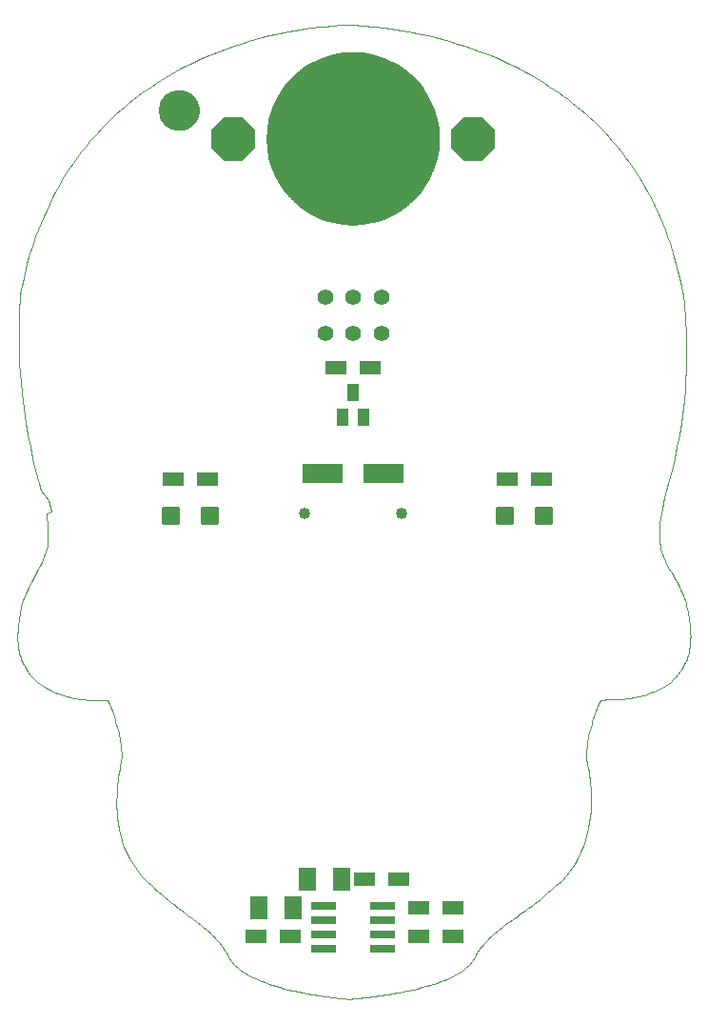
<source format=gts>
G75*
%MOIN*%
%OFA0B0*%
%FSLAX25Y25*%
%IPPOS*%
%LPD*%
%AMOC8*
5,1,8,0,0,1.08239X$1,22.5*
%
%ADD10C,0.00394*%
%ADD11C,0.00000*%
%ADD12C,0.14180*%
%ADD13R,0.06306X0.08274*%
%ADD14R,0.14180X0.06699*%
%ADD15C,0.01261*%
%ADD16R,0.09061X0.02762*%
%ADD17R,0.04337X0.05912*%
%ADD18R,0.07487X0.05124*%
%ADD19OC8,0.15400*%
%ADD20C,0.40400*%
%ADD21C,0.00500*%
%ADD22C,0.05500*%
%ADD23C,0.04000*%
D10*
X0044761Y0055133D02*
X0042859Y0059260D01*
X0042135Y0061350D01*
X0041053Y0065507D01*
X0040695Y0067573D01*
X0040476Y0069589D01*
X0040257Y0071604D01*
X0040176Y0073569D01*
X0040190Y0075445D01*
X0040204Y0077320D01*
X0040313Y0079106D01*
X0040472Y0080764D01*
X0040630Y0082423D01*
X0040840Y0083953D01*
X0041055Y0085316D01*
X0041271Y0086680D01*
X0041492Y0087877D01*
X0041676Y0088868D01*
X0041818Y0089637D01*
X0041888Y0090471D01*
X0041898Y0091351D01*
X0041907Y0092231D01*
X0041855Y0093157D01*
X0041754Y0094113D01*
X0041653Y0095068D01*
X0041503Y0096051D01*
X0041316Y0097046D01*
X0041128Y0098041D01*
X0040903Y0099046D01*
X0040652Y0100044D01*
X0040401Y0101043D01*
X0040124Y0102034D01*
X0039832Y0103000D01*
X0039541Y0103967D01*
X0039235Y0104908D01*
X0038927Y0105807D01*
X0038618Y0106705D01*
X0038307Y0107562D01*
X0038005Y0108357D01*
X0037703Y0109152D01*
X0037410Y0109887D01*
X0037137Y0110544D01*
X0037043Y0110539D01*
X0036947Y0110534D01*
X0036848Y0110530D01*
X0036749Y0110525D01*
X0036647Y0110521D01*
X0036544Y0110517D01*
X0036440Y0110513D01*
X0036334Y0110509D01*
X0036225Y0110505D01*
X0036117Y0110502D01*
X0036006Y0110498D01*
X0035893Y0110495D01*
X0035781Y0110492D01*
X0035666Y0110489D01*
X0035548Y0110487D01*
X0035431Y0110485D01*
X0035312Y0110483D01*
X0035191Y0110481D01*
X0035069Y0110479D01*
X0034946Y0110478D01*
X0034821Y0110477D01*
X0034695Y0110476D01*
X0034568Y0110476D01*
X0033686Y0110476D01*
X0032854Y0110492D01*
X0031961Y0110534D01*
X0031068Y0110576D01*
X0030115Y0110644D01*
X0029120Y0110748D01*
X0028125Y0110851D01*
X0027089Y0110990D01*
X0026029Y0111174D01*
X0024970Y0111357D01*
X0023887Y0111586D01*
X0022800Y0111869D01*
X0021713Y0112152D01*
X0020622Y0112490D01*
X0019545Y0112892D01*
X0018468Y0113294D01*
X0017406Y0113760D01*
X0015347Y0114839D01*
X0014351Y0115452D01*
X0013406Y0116149D01*
X0012462Y0116845D01*
X0011569Y0117625D01*
X0010747Y0118497D01*
X0010266Y0119009D01*
X0009817Y0119541D01*
X0009401Y0120094D01*
X0008985Y0120647D01*
X0008602Y0121220D01*
X0008252Y0121815D01*
X0007902Y0122409D01*
X0007585Y0123023D01*
X0007301Y0123658D01*
X0007017Y0124293D01*
X0006766Y0124948D01*
X0006549Y0125623D01*
X0006331Y0126298D01*
X0006146Y0126993D01*
X0005995Y0127708D01*
X0005844Y0128422D01*
X0005726Y0129156D01*
X0005557Y0130663D01*
X0005505Y0131436D01*
X0005488Y0132227D01*
X0005470Y0133019D01*
X0005486Y0133830D01*
X0005535Y0134659D01*
X0005613Y0135968D01*
X0005730Y0137195D01*
X0005878Y0138350D01*
X0006027Y0139505D01*
X0006209Y0140587D01*
X0006417Y0141607D01*
X0006626Y0142626D01*
X0006861Y0143582D01*
X0007119Y0144483D01*
X0007376Y0145385D01*
X0007656Y0146232D01*
X0008246Y0147835D01*
X0008558Y0148591D01*
X0008881Y0149311D01*
X0009203Y0150030D01*
X0009537Y0150714D01*
X0010214Y0152025D01*
X0010558Y0152652D01*
X0010902Y0153262D01*
X0011246Y0153871D01*
X0011590Y0154462D01*
X0011928Y0155043D01*
X0012398Y0155850D01*
X0012856Y0156637D01*
X0013286Y0157434D01*
X0013716Y0158230D01*
X0014119Y0159037D01*
X0014478Y0159885D01*
X0014838Y0160733D01*
X0015154Y0161623D01*
X0015413Y0162586D01*
X0015671Y0163548D01*
X0015871Y0164583D01*
X0016126Y0166862D01*
X0016179Y0168106D01*
X0016145Y0169484D01*
X0016110Y0170863D01*
X0015987Y0172378D01*
X0015760Y0174059D01*
X0015534Y0175740D01*
X0017203Y0176588D01*
X0016305Y0180681D01*
X0013737Y0183925D01*
X0013035Y0186399D01*
X0011796Y0190765D01*
X0010763Y0195073D01*
X0009904Y0199272D01*
X0009045Y0203471D01*
X0008360Y0207561D01*
X0007275Y0215420D01*
X0006875Y0218190D01*
X0006295Y0225306D01*
X0006115Y0228652D01*
X0006014Y0231736D01*
X0005913Y0234820D01*
X0005891Y0237641D01*
X0005915Y0240149D01*
X0005939Y0242656D01*
X0006010Y0244850D01*
X0006096Y0246679D01*
X0006182Y0248508D01*
X0006283Y0249971D01*
X0006367Y0251019D01*
X0006451Y0252066D01*
X0006518Y0252698D01*
X0006536Y0252862D01*
X0006535Y0252890D01*
X0006533Y0252919D01*
X0006532Y0252948D01*
X0006530Y0252976D01*
X0006528Y0253005D01*
X0006527Y0253034D01*
X0006525Y0253062D01*
X0006524Y0253091D01*
X0007017Y0255693D01*
X0007576Y0258249D01*
X0008824Y0263266D01*
X0009512Y0265727D01*
X0011020Y0270553D01*
X0011839Y0272918D01*
X0012723Y0275233D01*
X0013606Y0277549D01*
X0014555Y0279815D01*
X0015568Y0282032D01*
X0016582Y0284248D01*
X0017660Y0286414D01*
X0018803Y0288529D01*
X0019946Y0290644D01*
X0021154Y0292708D01*
X0023699Y0296732D01*
X0025036Y0298692D01*
X0026438Y0300599D01*
X0027839Y0302506D01*
X0029306Y0304359D01*
X0030836Y0306159D01*
X0032074Y0307614D01*
X0033350Y0309034D01*
X0034665Y0310419D01*
X0035979Y0311804D01*
X0037332Y0313154D01*
X0040115Y0315782D01*
X0041546Y0317060D01*
X0043014Y0318302D01*
X0044483Y0319544D01*
X0045990Y0320749D01*
X0049082Y0323087D01*
X0050667Y0324218D01*
X0052290Y0325313D01*
X0053914Y0326408D01*
X0055576Y0327465D01*
X0058977Y0329504D01*
X0060716Y0330485D01*
X0062495Y0331428D01*
X0064273Y0332372D01*
X0066090Y0333277D01*
X0067945Y0334143D01*
X0070648Y0335404D01*
X0073331Y0336539D01*
X0075973Y0337562D01*
X0078615Y0338585D01*
X0081215Y0339495D01*
X0083752Y0340304D01*
X0086290Y0341114D01*
X0088763Y0341823D01*
X0091151Y0342444D01*
X0093539Y0343065D01*
X0095841Y0343599D01*
X0100228Y0344514D01*
X0102314Y0344896D01*
X0104269Y0345215D01*
X0106224Y0345534D01*
X0108049Y0345790D01*
X0111393Y0346201D01*
X0112913Y0346356D01*
X0115601Y0346590D01*
X0116771Y0346668D01*
X0117743Y0346721D01*
X0117743Y0346809D01*
X0118212Y0346819D01*
X0118681Y0346830D01*
X0119150Y0346840D01*
X0119619Y0346850D01*
X0120088Y0346861D01*
X0120557Y0346871D01*
X0121026Y0346881D01*
X0121495Y0346892D01*
X0121764Y0346892D01*
X0122072Y0346882D01*
X0122379Y0346871D01*
X0122686Y0346861D01*
X0122993Y0346851D01*
X0123301Y0346841D01*
X0123608Y0346831D01*
X0123915Y0346821D01*
X0124222Y0346811D01*
X0124222Y0346726D01*
X0125194Y0346674D01*
X0126384Y0346597D01*
X0127764Y0346482D01*
X0129144Y0346367D01*
X0130715Y0346213D01*
X0134185Y0345806D01*
X0136084Y0345551D01*
X0138121Y0345233D01*
X0140159Y0344916D01*
X0142334Y0344535D01*
X0146907Y0343621D01*
X0149304Y0343088D01*
X0151787Y0342467D01*
X0154270Y0341846D01*
X0156838Y0341137D01*
X0159464Y0340326D01*
X0162090Y0339516D01*
X0164774Y0338604D01*
X0167491Y0337579D01*
X0170208Y0336554D01*
X0172956Y0335415D01*
X0175710Y0334151D01*
X0177595Y0333285D01*
X0179447Y0332381D01*
X0181266Y0331438D01*
X0183084Y0330496D01*
X0184869Y0329515D01*
X0186618Y0328496D01*
X0188368Y0327477D01*
X0190081Y0326420D01*
X0191757Y0325326D01*
X0193433Y0324231D01*
X0195071Y0323100D01*
X0196670Y0321931D01*
X0198269Y0320763D01*
X0199829Y0319558D01*
X0202866Y0317075D01*
X0204343Y0315797D01*
X0205777Y0314483D01*
X0207211Y0313169D01*
X0208601Y0311819D01*
X0209947Y0310434D01*
X0211293Y0309049D01*
X0212593Y0307629D01*
X0213847Y0306174D01*
X0215398Y0304374D01*
X0216885Y0302520D01*
X0218307Y0300613D01*
X0219729Y0298706D01*
X0221086Y0296746D01*
X0222378Y0294734D01*
X0223670Y0292722D01*
X0224896Y0290658D01*
X0226058Y0288542D01*
X0227219Y0286426D01*
X0228314Y0284260D01*
X0230373Y0279826D01*
X0231337Y0277559D01*
X0232233Y0275242D01*
X0233130Y0272926D01*
X0233961Y0270560D01*
X0234724Y0268146D01*
X0235487Y0265732D01*
X0236184Y0263270D01*
X0236813Y0260760D01*
X0237442Y0258251D01*
X0238003Y0255694D01*
X0238497Y0253091D01*
X0238502Y0253065D01*
X0238504Y0253052D01*
X0238506Y0253038D01*
X0238508Y0253025D01*
X0238511Y0253012D01*
X0238513Y0252999D01*
X0238515Y0252986D01*
X0238540Y0252821D01*
X0238634Y0252189D01*
X0238760Y0251139D01*
X0238886Y0250090D01*
X0239044Y0248623D01*
X0239349Y0244959D01*
X0239497Y0242761D01*
X0239602Y0240249D01*
X0239708Y0237737D01*
X0239771Y0234910D01*
X0239739Y0228731D01*
X0239644Y0225378D01*
X0239433Y0222813D01*
X0239222Y0219249D01*
X0238895Y0215473D01*
X0237934Y0207599D01*
X0237300Y0203501D01*
X0236477Y0199295D01*
X0235653Y0195088D01*
X0234639Y0190772D01*
X0233398Y0186399D01*
X0232697Y0183930D01*
X0232131Y0181691D01*
X0231685Y0179649D01*
X0231239Y0177607D01*
X0230912Y0175762D01*
X0230690Y0174084D01*
X0230467Y0172406D01*
X0230349Y0170895D01*
X0230290Y0168141D01*
X0230349Y0166900D01*
X0230483Y0165762D01*
X0230616Y0164624D01*
X0230823Y0163590D01*
X0231088Y0162629D01*
X0231353Y0161667D01*
X0231677Y0160779D01*
X0232410Y0159083D01*
X0232820Y0158277D01*
X0233695Y0156685D01*
X0234161Y0155899D01*
X0234639Y0155091D01*
X0234983Y0154510D01*
X0235334Y0153918D01*
X0235684Y0153308D01*
X0236034Y0152697D01*
X0236385Y0152068D01*
X0236730Y0151412D01*
X0237075Y0150755D01*
X0237415Y0150071D01*
X0237744Y0149350D01*
X0238072Y0148629D01*
X0238390Y0147871D01*
X0238691Y0147068D01*
X0238992Y0146264D01*
X0239276Y0145415D01*
X0239538Y0144511D01*
X0239800Y0143608D01*
X0240040Y0142649D01*
X0240252Y0141627D01*
X0240464Y0140605D01*
X0240648Y0139520D01*
X0240799Y0138361D01*
X0240950Y0137203D01*
X0241067Y0135472D01*
X0241195Y0133830D01*
X0241211Y0133021D01*
X0241193Y0132232D01*
X0241176Y0131444D01*
X0241125Y0130676D01*
X0240956Y0129181D01*
X0240838Y0128453D01*
X0240687Y0127746D01*
X0240536Y0127039D01*
X0240351Y0126352D01*
X0240134Y0125684D01*
X0239916Y0125017D01*
X0239665Y0124370D01*
X0239382Y0123742D01*
X0239098Y0123115D01*
X0238781Y0122507D01*
X0238431Y0121918D01*
X0238081Y0121330D01*
X0237698Y0120761D01*
X0236866Y0119662D01*
X0236417Y0119131D01*
X0235936Y0118620D01*
X0235114Y0117748D01*
X0234222Y0116971D01*
X0233278Y0116278D01*
X0232334Y0115585D01*
X0231338Y0114977D01*
X0230309Y0114443D01*
X0229280Y0113909D01*
X0228218Y0113450D01*
X0227142Y0113056D01*
X0226065Y0112661D01*
X0224974Y0112332D01*
X0222801Y0111781D01*
X0221719Y0111560D01*
X0219601Y0111207D01*
X0218565Y0111075D01*
X0217570Y0110978D01*
X0216575Y0110880D01*
X0215623Y0110817D01*
X0214730Y0110778D01*
X0213838Y0110740D01*
X0213006Y0110725D01*
X0212121Y0110725D01*
X0211994Y0110724D01*
X0211868Y0110721D01*
X0211743Y0110719D01*
X0211619Y0110715D01*
X0211376Y0110707D01*
X0211257Y0110702D01*
X0211139Y0110697D01*
X0211022Y0110692D01*
X0210907Y0110687D01*
X0210794Y0110683D01*
X0210681Y0110678D01*
X0210570Y0110673D01*
X0210461Y0110670D01*
X0210353Y0110666D01*
X0210246Y0110663D01*
X0210142Y0110661D01*
X0210038Y0110659D01*
X0209937Y0110659D01*
X0209838Y0110660D01*
X0209739Y0110661D01*
X0209642Y0110664D01*
X0209548Y0110669D01*
X0209273Y0110013D01*
X0208978Y0109277D01*
X0208674Y0108478D01*
X0208369Y0107680D01*
X0208056Y0106820D01*
X0207745Y0105916D01*
X0207434Y0105012D01*
X0207126Y0104064D01*
X0206832Y0103091D01*
X0206538Y0102118D01*
X0206258Y0101120D01*
X0205751Y0099108D01*
X0205524Y0098096D01*
X0205334Y0097094D01*
X0205144Y0096093D01*
X0204992Y0095103D01*
X0204890Y0094142D01*
X0204787Y0093182D01*
X0204735Y0092251D01*
X0204743Y0091367D01*
X0204751Y0090484D01*
X0204821Y0089649D01*
X0204963Y0088880D01*
X0205128Y0087987D01*
X0205336Y0086867D01*
X0205540Y0085562D01*
X0205744Y0084256D01*
X0205946Y0082765D01*
X0206099Y0081131D01*
X0206252Y0079497D01*
X0206356Y0077719D01*
X0206367Y0075842D01*
X0206378Y0073964D01*
X0206296Y0071986D01*
X0206074Y0069950D01*
X0205853Y0067914D01*
X0205492Y0065819D01*
X0204403Y0061600D01*
X0203674Y0059474D01*
X0202716Y0057376D01*
X0201758Y0055278D01*
X0200571Y0053206D01*
X0197646Y0049202D01*
X0195909Y0047269D01*
X0193852Y0045448D01*
X0193157Y0044833D01*
X0192477Y0044243D01*
X0191142Y0043107D01*
X0190487Y0042562D01*
X0189846Y0042037D01*
X0189204Y0041512D01*
X0188575Y0041007D01*
X0187341Y0040032D01*
X0186736Y0039563D01*
X0185548Y0038655D01*
X0184966Y0038216D01*
X0184394Y0037791D01*
X0183822Y0037366D01*
X0183261Y0036954D01*
X0182158Y0036151D01*
X0181616Y0035761D01*
X0181084Y0035379D01*
X0180552Y0034997D01*
X0180029Y0034623D01*
X0179514Y0034256D01*
X0178709Y0033680D01*
X0177937Y0033129D01*
X0177198Y0032594D01*
X0176458Y0032059D01*
X0175750Y0031539D01*
X0175073Y0031026D01*
X0174395Y0030514D01*
X0173748Y0030008D01*
X0172508Y0028993D01*
X0171915Y0028484D01*
X0171349Y0027964D01*
X0170782Y0027445D01*
X0170241Y0026915D01*
X0169724Y0026366D01*
X0169206Y0025817D01*
X0168712Y0025249D01*
X0168240Y0024652D01*
X0167767Y0024056D01*
X0167316Y0023433D01*
X0166452Y0022112D01*
X0166039Y0021415D01*
X0165643Y0020673D01*
X0165306Y0020041D01*
X0164893Y0019428D01*
X0164402Y0018833D01*
X0163912Y0018239D01*
X0163345Y0017664D01*
X0162701Y0017107D01*
X0162056Y0016550D01*
X0161333Y0016011D01*
X0159731Y0014970D01*
X0158852Y0014467D01*
X0157893Y0013982D01*
X0156934Y0013497D01*
X0155895Y0013029D01*
X0154777Y0012578D01*
X0153658Y0012128D01*
X0152459Y0011695D01*
X0149899Y0010861D01*
X0148538Y0010461D01*
X0147095Y0010077D01*
X0145652Y0009693D01*
X0144127Y0009326D01*
X0142519Y0008974D01*
X0141639Y0008782D01*
X0140762Y0008601D01*
X0139025Y0008259D01*
X0138165Y0008099D01*
X0137319Y0007948D01*
X0136473Y0007798D01*
X0135641Y0007658D01*
X0134829Y0007527D01*
X0134017Y0007397D01*
X0133225Y0007276D01*
X0131691Y0007052D01*
X0130949Y0006949D01*
X0130238Y0006854D01*
X0129527Y0006759D01*
X0128847Y0006673D01*
X0127560Y0006517D01*
X0126954Y0006447D01*
X0126389Y0006385D01*
X0125824Y0006322D01*
X0125301Y0006267D01*
X0124826Y0006220D01*
X0124033Y0006149D01*
X0123637Y0006113D01*
X0123241Y0006078D01*
X0122053Y0005972D01*
X0121657Y0005937D01*
X0120864Y0006012D01*
X0120467Y0006050D01*
X0119673Y0006126D01*
X0119277Y0006164D01*
X0118483Y0006239D01*
X0117999Y0006290D01*
X0117477Y0006347D01*
X0116923Y0006412D01*
X0116368Y0006476D01*
X0115780Y0006548D01*
X0115163Y0006627D01*
X0114546Y0006706D01*
X0113900Y0006793D01*
X0113229Y0006888D01*
X0112558Y0006983D01*
X0111862Y0007087D01*
X0111145Y0007198D01*
X0110428Y0007310D01*
X0109690Y0007430D01*
X0108180Y0007689D01*
X0107408Y0007827D01*
X0106623Y0007975D01*
X0105838Y0008123D01*
X0105040Y0008281D01*
X0104233Y0008448D01*
X0103426Y0008615D01*
X0102610Y0008793D01*
X0101789Y0008981D01*
X0100247Y0009333D01*
X0098783Y0009702D01*
X0097397Y0010086D01*
X0096012Y0010471D01*
X0094704Y0010872D01*
X0093473Y0011289D01*
X0092242Y0011706D01*
X0091088Y0012139D01*
X0090010Y0012590D01*
X0088932Y0013041D01*
X0087931Y0013508D01*
X0087005Y0013993D01*
X0086078Y0014478D01*
X0085227Y0014980D01*
X0084451Y0015500D01*
X0083675Y0016020D01*
X0082973Y0016558D01*
X0082345Y0017114D01*
X0081717Y0017670D01*
X0081163Y0018244D01*
X0080682Y0018837D01*
X0080200Y0019429D01*
X0079792Y0020041D01*
X0079456Y0020671D01*
X0079036Y0021459D01*
X0078606Y0022195D01*
X0078163Y0022890D01*
X0077720Y0023585D01*
X0077263Y0024239D01*
X0076788Y0024863D01*
X0076314Y0025487D01*
X0075822Y0026080D01*
X0075308Y0026652D01*
X0074795Y0027225D01*
X0074260Y0027777D01*
X0073700Y0028319D01*
X0073140Y0028861D01*
X0072554Y0029393D01*
X0071940Y0029925D01*
X0071325Y0030458D01*
X0070681Y0030990D01*
X0069327Y0032076D01*
X0068617Y0032629D01*
X0067870Y0033203D01*
X0067123Y0033777D01*
X0066339Y0034372D01*
X0065514Y0034998D01*
X0065055Y0035346D01*
X0064589Y0035700D01*
X0064114Y0036061D01*
X0063639Y0036423D01*
X0063156Y0036792D01*
X0062663Y0037170D01*
X0062171Y0037549D01*
X0061669Y0037938D01*
X0061156Y0038338D01*
X0060644Y0038738D01*
X0060121Y0039149D01*
X0059054Y0039999D01*
X0058509Y0040438D01*
X0057953Y0040891D01*
X0057396Y0041345D01*
X0056827Y0041814D01*
X0056246Y0042301D01*
X0055664Y0042787D01*
X0055070Y0043291D01*
X0054462Y0043814D01*
X0053854Y0044337D01*
X0053232Y0044879D01*
X0052596Y0045442D01*
X0050559Y0047245D01*
X0048839Y0049152D01*
X0047389Y0051124D01*
X0045940Y0053095D01*
X0044761Y0055133D01*
D11*
X0055210Y0317000D02*
X0055212Y0317169D01*
X0055218Y0317338D01*
X0055229Y0317507D01*
X0055243Y0317675D01*
X0055262Y0317843D01*
X0055285Y0318011D01*
X0055311Y0318178D01*
X0055342Y0318344D01*
X0055377Y0318510D01*
X0055416Y0318674D01*
X0055460Y0318838D01*
X0055507Y0319000D01*
X0055558Y0319161D01*
X0055613Y0319321D01*
X0055672Y0319480D01*
X0055734Y0319637D01*
X0055801Y0319792D01*
X0055872Y0319946D01*
X0055946Y0320098D01*
X0056024Y0320248D01*
X0056105Y0320396D01*
X0056190Y0320542D01*
X0056279Y0320686D01*
X0056371Y0320828D01*
X0056467Y0320967D01*
X0056566Y0321104D01*
X0056668Y0321239D01*
X0056774Y0321371D01*
X0056883Y0321500D01*
X0056995Y0321627D01*
X0057110Y0321751D01*
X0057228Y0321872D01*
X0057349Y0321990D01*
X0057473Y0322105D01*
X0057600Y0322217D01*
X0057729Y0322326D01*
X0057861Y0322432D01*
X0057996Y0322534D01*
X0058133Y0322633D01*
X0058272Y0322729D01*
X0058414Y0322821D01*
X0058558Y0322910D01*
X0058704Y0322995D01*
X0058852Y0323076D01*
X0059002Y0323154D01*
X0059154Y0323228D01*
X0059308Y0323299D01*
X0059463Y0323366D01*
X0059620Y0323428D01*
X0059779Y0323487D01*
X0059939Y0323542D01*
X0060100Y0323593D01*
X0060262Y0323640D01*
X0060426Y0323684D01*
X0060590Y0323723D01*
X0060756Y0323758D01*
X0060922Y0323789D01*
X0061089Y0323815D01*
X0061257Y0323838D01*
X0061425Y0323857D01*
X0061593Y0323871D01*
X0061762Y0323882D01*
X0061931Y0323888D01*
X0062100Y0323890D01*
X0062269Y0323888D01*
X0062438Y0323882D01*
X0062607Y0323871D01*
X0062775Y0323857D01*
X0062943Y0323838D01*
X0063111Y0323815D01*
X0063278Y0323789D01*
X0063444Y0323758D01*
X0063610Y0323723D01*
X0063774Y0323684D01*
X0063938Y0323640D01*
X0064100Y0323593D01*
X0064261Y0323542D01*
X0064421Y0323487D01*
X0064580Y0323428D01*
X0064737Y0323366D01*
X0064892Y0323299D01*
X0065046Y0323228D01*
X0065198Y0323154D01*
X0065348Y0323076D01*
X0065496Y0322995D01*
X0065642Y0322910D01*
X0065786Y0322821D01*
X0065928Y0322729D01*
X0066067Y0322633D01*
X0066204Y0322534D01*
X0066339Y0322432D01*
X0066471Y0322326D01*
X0066600Y0322217D01*
X0066727Y0322105D01*
X0066851Y0321990D01*
X0066972Y0321872D01*
X0067090Y0321751D01*
X0067205Y0321627D01*
X0067317Y0321500D01*
X0067426Y0321371D01*
X0067532Y0321239D01*
X0067634Y0321104D01*
X0067733Y0320967D01*
X0067829Y0320828D01*
X0067921Y0320686D01*
X0068010Y0320542D01*
X0068095Y0320396D01*
X0068176Y0320248D01*
X0068254Y0320098D01*
X0068328Y0319946D01*
X0068399Y0319792D01*
X0068466Y0319637D01*
X0068528Y0319480D01*
X0068587Y0319321D01*
X0068642Y0319161D01*
X0068693Y0319000D01*
X0068740Y0318838D01*
X0068784Y0318674D01*
X0068823Y0318510D01*
X0068858Y0318344D01*
X0068889Y0318178D01*
X0068915Y0318011D01*
X0068938Y0317843D01*
X0068957Y0317675D01*
X0068971Y0317507D01*
X0068982Y0317338D01*
X0068988Y0317169D01*
X0068990Y0317000D01*
X0068988Y0316831D01*
X0068982Y0316662D01*
X0068971Y0316493D01*
X0068957Y0316325D01*
X0068938Y0316157D01*
X0068915Y0315989D01*
X0068889Y0315822D01*
X0068858Y0315656D01*
X0068823Y0315490D01*
X0068784Y0315326D01*
X0068740Y0315162D01*
X0068693Y0315000D01*
X0068642Y0314839D01*
X0068587Y0314679D01*
X0068528Y0314520D01*
X0068466Y0314363D01*
X0068399Y0314208D01*
X0068328Y0314054D01*
X0068254Y0313902D01*
X0068176Y0313752D01*
X0068095Y0313604D01*
X0068010Y0313458D01*
X0067921Y0313314D01*
X0067829Y0313172D01*
X0067733Y0313033D01*
X0067634Y0312896D01*
X0067532Y0312761D01*
X0067426Y0312629D01*
X0067317Y0312500D01*
X0067205Y0312373D01*
X0067090Y0312249D01*
X0066972Y0312128D01*
X0066851Y0312010D01*
X0066727Y0311895D01*
X0066600Y0311783D01*
X0066471Y0311674D01*
X0066339Y0311568D01*
X0066204Y0311466D01*
X0066067Y0311367D01*
X0065928Y0311271D01*
X0065786Y0311179D01*
X0065642Y0311090D01*
X0065496Y0311005D01*
X0065348Y0310924D01*
X0065198Y0310846D01*
X0065046Y0310772D01*
X0064892Y0310701D01*
X0064737Y0310634D01*
X0064580Y0310572D01*
X0064421Y0310513D01*
X0064261Y0310458D01*
X0064100Y0310407D01*
X0063938Y0310360D01*
X0063774Y0310316D01*
X0063610Y0310277D01*
X0063444Y0310242D01*
X0063278Y0310211D01*
X0063111Y0310185D01*
X0062943Y0310162D01*
X0062775Y0310143D01*
X0062607Y0310129D01*
X0062438Y0310118D01*
X0062269Y0310112D01*
X0062100Y0310110D01*
X0061931Y0310112D01*
X0061762Y0310118D01*
X0061593Y0310129D01*
X0061425Y0310143D01*
X0061257Y0310162D01*
X0061089Y0310185D01*
X0060922Y0310211D01*
X0060756Y0310242D01*
X0060590Y0310277D01*
X0060426Y0310316D01*
X0060262Y0310360D01*
X0060100Y0310407D01*
X0059939Y0310458D01*
X0059779Y0310513D01*
X0059620Y0310572D01*
X0059463Y0310634D01*
X0059308Y0310701D01*
X0059154Y0310772D01*
X0059002Y0310846D01*
X0058852Y0310924D01*
X0058704Y0311005D01*
X0058558Y0311090D01*
X0058414Y0311179D01*
X0058272Y0311271D01*
X0058133Y0311367D01*
X0057996Y0311466D01*
X0057861Y0311568D01*
X0057729Y0311674D01*
X0057600Y0311783D01*
X0057473Y0311895D01*
X0057349Y0312010D01*
X0057228Y0312128D01*
X0057110Y0312249D01*
X0056995Y0312373D01*
X0056883Y0312500D01*
X0056774Y0312629D01*
X0056668Y0312761D01*
X0056566Y0312896D01*
X0056467Y0313033D01*
X0056371Y0313172D01*
X0056279Y0313314D01*
X0056190Y0313458D01*
X0056105Y0313604D01*
X0056024Y0313752D01*
X0055946Y0313902D01*
X0055872Y0314054D01*
X0055801Y0314208D01*
X0055734Y0314363D01*
X0055672Y0314520D01*
X0055613Y0314679D01*
X0055558Y0314839D01*
X0055507Y0315000D01*
X0055460Y0315162D01*
X0055416Y0315326D01*
X0055377Y0315490D01*
X0055342Y0315656D01*
X0055311Y0315822D01*
X0055285Y0315989D01*
X0055262Y0316157D01*
X0055243Y0316325D01*
X0055229Y0316493D01*
X0055218Y0316662D01*
X0055212Y0316831D01*
X0055210Y0317000D01*
D12*
X0062100Y0317000D03*
D13*
X0107194Y0048000D03*
X0102006Y0038000D03*
X0090194Y0038000D03*
X0119006Y0048000D03*
D14*
X0112470Y0190000D03*
X0133730Y0190000D03*
D15*
X0178733Y0177523D02*
X0178733Y0172477D01*
X0173687Y0172477D01*
X0173687Y0177523D01*
X0178733Y0177523D01*
X0178733Y0173737D02*
X0173687Y0173737D01*
X0173687Y0174997D02*
X0178733Y0174997D01*
X0178733Y0176257D02*
X0173687Y0176257D01*
X0173687Y0177517D02*
X0178733Y0177517D01*
X0192513Y0177523D02*
X0192513Y0172477D01*
X0187467Y0172477D01*
X0187467Y0177523D01*
X0192513Y0177523D01*
X0192513Y0173737D02*
X0187467Y0173737D01*
X0187467Y0174997D02*
X0192513Y0174997D01*
X0192513Y0176257D02*
X0187467Y0176257D01*
X0187467Y0177517D02*
X0192513Y0177517D01*
X0075513Y0177523D02*
X0075513Y0172477D01*
X0070467Y0172477D01*
X0070467Y0177523D01*
X0075513Y0177523D01*
X0075513Y0173737D02*
X0070467Y0173737D01*
X0070467Y0174997D02*
X0075513Y0174997D01*
X0075513Y0176257D02*
X0070467Y0176257D01*
X0070467Y0177517D02*
X0075513Y0177517D01*
X0061733Y0177523D02*
X0061733Y0172477D01*
X0056687Y0172477D01*
X0056687Y0177523D01*
X0061733Y0177523D01*
X0061733Y0173737D02*
X0056687Y0173737D01*
X0056687Y0174997D02*
X0061733Y0174997D01*
X0061733Y0176257D02*
X0056687Y0176257D01*
X0056687Y0177517D02*
X0061733Y0177517D01*
D16*
X0112864Y0038500D03*
X0112864Y0033500D03*
X0112864Y0028500D03*
X0112864Y0023500D03*
X0133336Y0023500D03*
X0133336Y0028500D03*
X0133336Y0033500D03*
X0133336Y0038500D03*
D17*
X0126840Y0209669D03*
X0123100Y0218331D03*
X0119360Y0209669D03*
D18*
X0117198Y0227000D03*
X0129002Y0227000D03*
X0177198Y0188000D03*
X0189002Y0188000D03*
X0139002Y0048000D03*
X0146198Y0038000D03*
X0146198Y0028000D03*
X0158002Y0028000D03*
X0158002Y0038000D03*
X0127198Y0048000D03*
X0101002Y0028000D03*
X0089198Y0028000D03*
X0072002Y0188000D03*
X0060198Y0188000D03*
D19*
X0081100Y0307000D03*
X0165100Y0307000D03*
D20*
X0123100Y0307000D03*
D21*
X0105896Y0282480D02*
X0140304Y0282480D01*
X0139601Y0281982D02*
X0106599Y0281982D01*
X0107139Y0281598D02*
X0104395Y0283545D01*
X0101887Y0285787D01*
X0099645Y0288295D01*
X0097698Y0291039D01*
X0096071Y0293983D01*
X0094784Y0297092D01*
X0093852Y0300324D01*
X0093289Y0303641D01*
X0093100Y0307000D01*
X0093289Y0310359D01*
X0093852Y0313676D01*
X0094784Y0316908D01*
X0096071Y0320017D01*
X0097698Y0322961D01*
X0099645Y0325705D01*
X0101887Y0328213D01*
X0104395Y0330455D01*
X0107139Y0332402D01*
X0110083Y0334029D01*
X0113192Y0335316D01*
X0116424Y0336248D01*
X0119741Y0336811D01*
X0123100Y0337000D01*
X0126459Y0336811D01*
X0129776Y0336248D01*
X0133008Y0335316D01*
X0136117Y0334029D01*
X0139061Y0332402D01*
X0141805Y0330455D01*
X0144313Y0328213D01*
X0146555Y0325705D01*
X0148502Y0322961D01*
X0150129Y0320017D01*
X0151416Y0316908D01*
X0152348Y0313676D01*
X0152911Y0310359D01*
X0153100Y0307000D01*
X0152911Y0303641D01*
X0152348Y0300324D01*
X0151416Y0297092D01*
X0150129Y0293983D01*
X0148502Y0291039D01*
X0146555Y0288295D01*
X0144313Y0285787D01*
X0141805Y0283545D01*
X0139061Y0281598D01*
X0136117Y0279971D01*
X0133008Y0278684D01*
X0129776Y0277752D01*
X0126459Y0277189D01*
X0123100Y0277000D01*
X0119741Y0277189D01*
X0116424Y0277752D01*
X0113192Y0278684D01*
X0110083Y0279971D01*
X0107139Y0281598D01*
X0107347Y0281483D02*
X0138853Y0281483D01*
X0137951Y0280985D02*
X0108249Y0280985D01*
X0109151Y0280486D02*
X0137049Y0280486D01*
X0136147Y0279988D02*
X0110053Y0279988D01*
X0111247Y0279489D02*
X0134953Y0279489D01*
X0133750Y0278991D02*
X0112450Y0278991D01*
X0113856Y0278492D02*
X0132344Y0278492D01*
X0130614Y0277994D02*
X0115586Y0277994D01*
X0117937Y0277495D02*
X0128263Y0277495D01*
X0141007Y0282979D02*
X0105193Y0282979D01*
X0104491Y0283477D02*
X0141709Y0283477D01*
X0142287Y0283976D02*
X0103913Y0283976D01*
X0103355Y0284474D02*
X0142845Y0284474D01*
X0143402Y0284973D02*
X0102798Y0284973D01*
X0102240Y0285471D02*
X0143960Y0285471D01*
X0144477Y0285970D02*
X0101723Y0285970D01*
X0101278Y0286468D02*
X0144922Y0286468D01*
X0145368Y0286967D02*
X0100832Y0286967D01*
X0100387Y0287465D02*
X0145813Y0287465D01*
X0146259Y0287964D02*
X0099941Y0287964D01*
X0099526Y0288462D02*
X0146673Y0288462D01*
X0147027Y0288961D02*
X0099173Y0288961D01*
X0098819Y0289459D02*
X0147381Y0289459D01*
X0147735Y0289958D02*
X0098465Y0289958D01*
X0098112Y0290456D02*
X0148088Y0290456D01*
X0148442Y0290955D02*
X0097758Y0290955D01*
X0097469Y0291453D02*
X0148731Y0291453D01*
X0149006Y0291952D02*
X0097194Y0291952D01*
X0096918Y0292450D02*
X0149282Y0292450D01*
X0149557Y0292949D02*
X0096643Y0292949D01*
X0096367Y0293448D02*
X0149833Y0293448D01*
X0150108Y0293946D02*
X0096092Y0293946D01*
X0095880Y0294445D02*
X0150320Y0294445D01*
X0150527Y0294943D02*
X0095673Y0294943D01*
X0095467Y0295442D02*
X0150733Y0295442D01*
X0150939Y0295940D02*
X0095260Y0295940D01*
X0095054Y0296439D02*
X0151146Y0296439D01*
X0151352Y0296937D02*
X0094848Y0296937D01*
X0094684Y0297436D02*
X0151516Y0297436D01*
X0151659Y0297934D02*
X0094541Y0297934D01*
X0094397Y0298433D02*
X0151803Y0298433D01*
X0151946Y0298931D02*
X0094254Y0298931D01*
X0094110Y0299430D02*
X0152090Y0299430D01*
X0152234Y0299928D02*
X0093966Y0299928D01*
X0093835Y0300427D02*
X0152365Y0300427D01*
X0152450Y0300925D02*
X0093750Y0300925D01*
X0093665Y0301424D02*
X0152535Y0301424D01*
X0152619Y0301922D02*
X0093581Y0301922D01*
X0093496Y0302421D02*
X0152704Y0302421D01*
X0152789Y0302919D02*
X0093411Y0302919D01*
X0093327Y0303418D02*
X0152873Y0303418D01*
X0152927Y0303916D02*
X0093273Y0303916D01*
X0093245Y0304415D02*
X0152955Y0304415D01*
X0152983Y0304913D02*
X0093217Y0304913D01*
X0093189Y0305412D02*
X0153011Y0305412D01*
X0153039Y0305910D02*
X0093161Y0305910D01*
X0093133Y0306409D02*
X0153067Y0306409D01*
X0153095Y0306907D02*
X0093105Y0306907D01*
X0093123Y0307406D02*
X0153077Y0307406D01*
X0153049Y0307904D02*
X0093151Y0307904D01*
X0093179Y0308403D02*
X0153021Y0308403D01*
X0152993Y0308901D02*
X0093207Y0308901D01*
X0093235Y0309400D02*
X0152965Y0309400D01*
X0152937Y0309898D02*
X0093263Y0309898D01*
X0093295Y0310397D02*
X0152905Y0310397D01*
X0152820Y0310895D02*
X0093380Y0310895D01*
X0093464Y0311394D02*
X0152736Y0311394D01*
X0152651Y0311892D02*
X0093549Y0311892D01*
X0093634Y0312391D02*
X0152566Y0312391D01*
X0152481Y0312889D02*
X0093719Y0312889D01*
X0093803Y0313388D02*
X0152397Y0313388D01*
X0152287Y0313886D02*
X0093913Y0313886D01*
X0094057Y0314385D02*
X0152143Y0314385D01*
X0152000Y0314883D02*
X0094200Y0314883D01*
X0094344Y0315382D02*
X0151856Y0315382D01*
X0151713Y0315881D02*
X0094487Y0315881D01*
X0094631Y0316379D02*
X0151569Y0316379D01*
X0151425Y0316878D02*
X0094775Y0316878D01*
X0094977Y0317376D02*
X0151223Y0317376D01*
X0151016Y0317875D02*
X0095184Y0317875D01*
X0095390Y0318373D02*
X0150810Y0318373D01*
X0150603Y0318872D02*
X0095597Y0318872D01*
X0095803Y0319370D02*
X0150397Y0319370D01*
X0150190Y0319869D02*
X0096010Y0319869D01*
X0096265Y0320367D02*
X0149935Y0320367D01*
X0149660Y0320866D02*
X0096540Y0320866D01*
X0096816Y0321364D02*
X0149384Y0321364D01*
X0149109Y0321863D02*
X0097091Y0321863D01*
X0097367Y0322361D02*
X0148833Y0322361D01*
X0148558Y0322860D02*
X0097642Y0322860D01*
X0097980Y0323358D02*
X0148220Y0323358D01*
X0147866Y0323857D02*
X0098334Y0323857D01*
X0098688Y0324355D02*
X0147512Y0324355D01*
X0147159Y0324854D02*
X0099041Y0324854D01*
X0099395Y0325352D02*
X0146805Y0325352D01*
X0146424Y0325851D02*
X0099776Y0325851D01*
X0100221Y0326349D02*
X0145979Y0326349D01*
X0145533Y0326848D02*
X0100667Y0326848D01*
X0101112Y0327346D02*
X0145088Y0327346D01*
X0144642Y0327845D02*
X0101558Y0327845D01*
X0102032Y0328343D02*
X0144168Y0328343D01*
X0143610Y0328842D02*
X0102590Y0328842D01*
X0103148Y0329340D02*
X0143052Y0329340D01*
X0142494Y0329839D02*
X0103706Y0329839D01*
X0104264Y0330337D02*
X0141936Y0330337D01*
X0141268Y0330836D02*
X0104932Y0330836D01*
X0105635Y0331334D02*
X0140565Y0331334D01*
X0139863Y0331833D02*
X0106337Y0331833D01*
X0107040Y0332331D02*
X0139160Y0332331D01*
X0138286Y0332830D02*
X0107914Y0332830D01*
X0108816Y0333328D02*
X0137384Y0333328D01*
X0136482Y0333827D02*
X0109718Y0333827D01*
X0110799Y0334325D02*
X0135401Y0334325D01*
X0134198Y0334824D02*
X0112003Y0334824D01*
X0113212Y0335322D02*
X0132988Y0335322D01*
X0131257Y0335821D02*
X0114943Y0335821D01*
X0116846Y0336319D02*
X0129354Y0336319D01*
X0126341Y0336818D02*
X0119859Y0336818D01*
D22*
X0123100Y0251598D03*
X0113257Y0251598D03*
X0113257Y0239000D03*
X0123100Y0239000D03*
X0132943Y0239000D03*
X0132943Y0251598D03*
D23*
X0140100Y0176000D03*
X0106100Y0176000D03*
M02*

</source>
